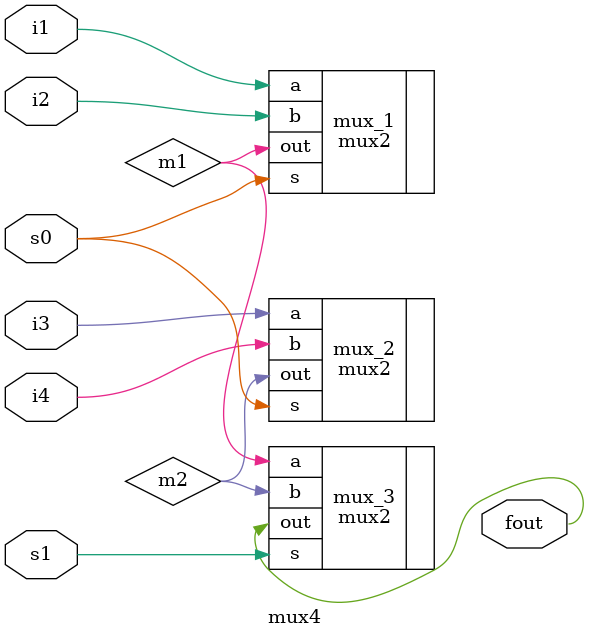
<source format=v>
`timescale 1ns / 1ps


module mux4(i1,i2,i3,i4,fout,s0,s1);
input i1,i2,i3,i4,s0,s1;
output fout;
wire m1,m2;
mux2 mux_1(.a(i1),.b(i2),.out(m1),.s(s0));
mux2 mux_2(.a(i3),.b(i4),.out(m2),.s(s0));
mux2 mux_3(.a(m1),.b(m2),.out(fout),.s(s1));

endmodule

</source>
